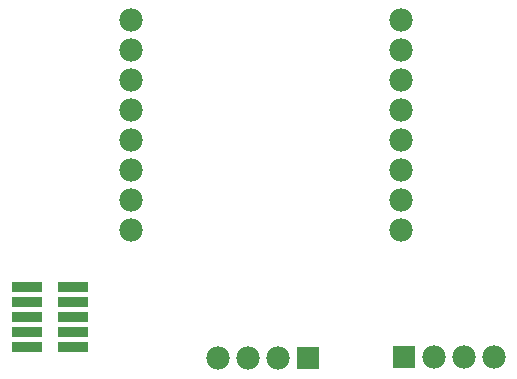
<source format=gbr>
G04 EAGLE Gerber X2 export*
%TF.Part,Single*%
%TF.FileFunction,Soldermask,Top,1*%
%TF.FilePolarity,Negative*%
%TF.GenerationSoftware,Autodesk,EAGLE,8.6.0*%
%TF.CreationDate,2018-06-05T15:24:19Z*%
G75*
%MOMM*%
%FSLAX34Y34*%
%LPD*%
%AMOC8*
5,1,8,0,0,1.08239X$1,22.5*%
G01*
%ADD10R,1.981200X1.981200*%
%ADD11C,1.981200*%
%ADD12R,2.501600X0.851600*%


D10*
X355092Y23876D03*
D11*
X380492Y23876D03*
X405892Y23876D03*
X431292Y23876D03*
D10*
X273812Y22606D03*
D11*
X248412Y22606D03*
X223012Y22606D03*
X197612Y22606D03*
X124714Y130810D03*
X124714Y156210D03*
X124714Y181610D03*
X124714Y207010D03*
X124714Y232410D03*
X124714Y257810D03*
X124714Y283210D03*
X124714Y308610D03*
X353314Y308610D03*
X353314Y283210D03*
X353314Y257810D03*
X353314Y232410D03*
X353314Y207010D03*
X353314Y181610D03*
X353314Y156210D03*
X353314Y130810D03*
D12*
X75380Y32512D03*
X36380Y32512D03*
X75380Y45212D03*
X36380Y45212D03*
X75380Y57912D03*
X36380Y57912D03*
X75380Y70612D03*
X36380Y70612D03*
X75380Y83312D03*
X36380Y83312D03*
M02*

</source>
